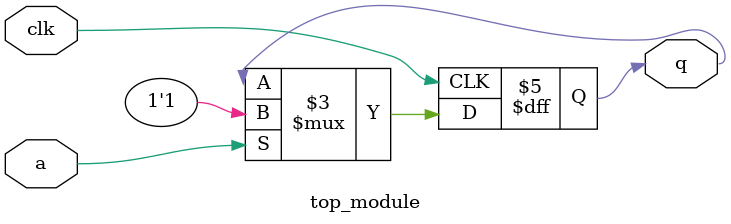
<source format=sv>
module top_module (
    input clk,
    input a, 
    output reg q
);

always @(posedge clk) begin
    if (a) begin
        q <= 1'b1;
    end else begin
        q <= q;
    end
end

endmodule

</source>
